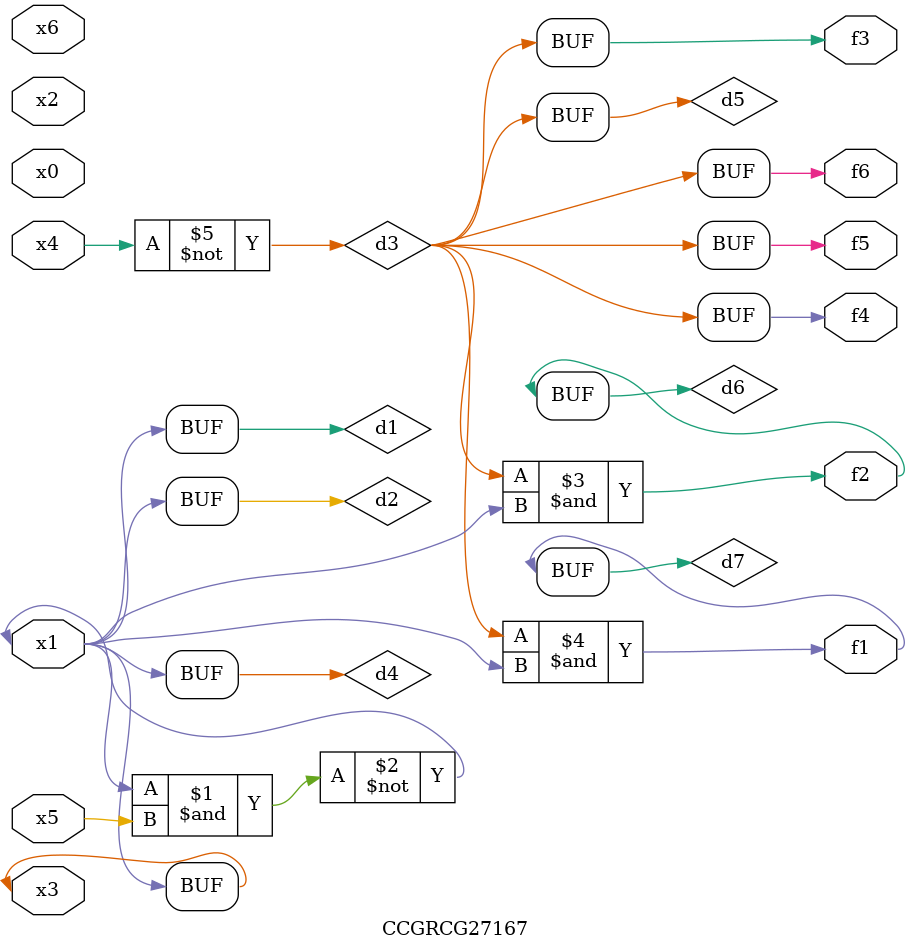
<source format=v>
module CCGRCG27167(
	input x0, x1, x2, x3, x4, x5, x6,
	output f1, f2, f3, f4, f5, f6
);

	wire d1, d2, d3, d4, d5, d6, d7;

	buf (d1, x1, x3);
	nand (d2, x1, x5);
	not (d3, x4);
	buf (d4, d1, d2);
	buf (d5, d3);
	and (d6, d3, d4);
	and (d7, d3, d4);
	assign f1 = d7;
	assign f2 = d6;
	assign f3 = d5;
	assign f4 = d5;
	assign f5 = d5;
	assign f6 = d5;
endmodule

</source>
